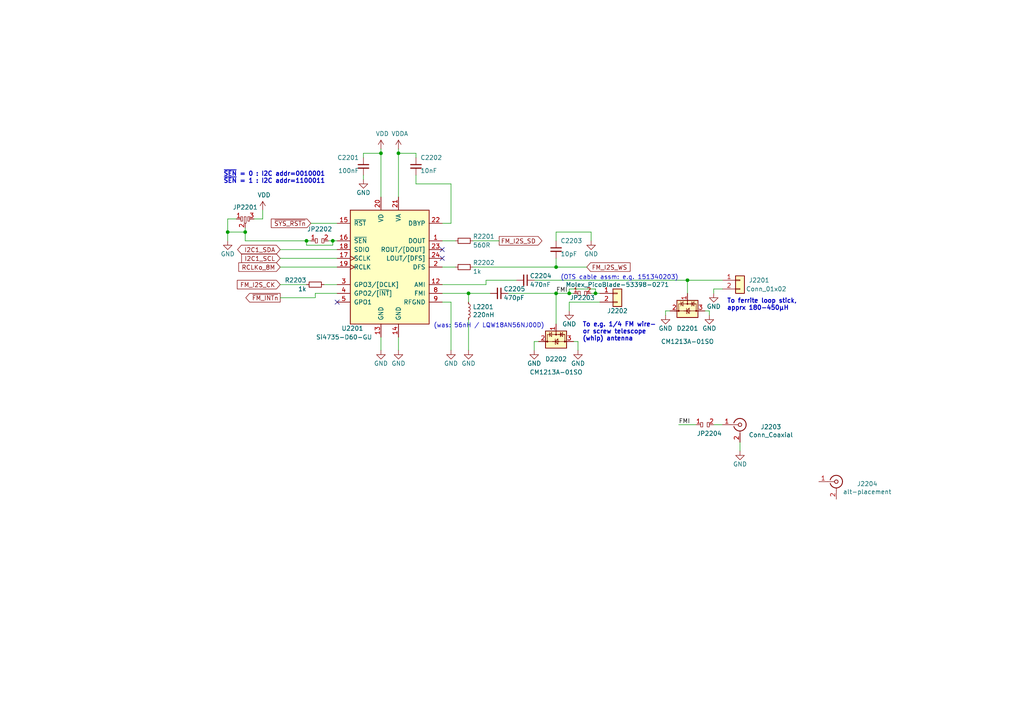
<source format=kicad_sch>
(kicad_sch (version 20211123) (generator eeschema)
  (paper "A4")
  (title_block (title "FM radio receiver") (date "2020-11-04") (rev "R0.1") (company "SolderingStationGroup : Jonny Svärd / Mathias Johansson / Magnus Thulesius"))
  (lib_symbols
    (symbol "Connector:Conn_Coaxial" (pin_names (offset 1.016) hide)
      (property "Reference" "J" (at 0.254 3.048 0))
      (property "Value" "Conn_Coaxial" (at 2.921 0 90))
      (symbol "Conn_Coaxial_0_1"
        (arc (start -1.778 -0.508) (mid 0.222 -1.808) (end 1.778 0) (stroke (width 0.254)))
        (polyline (pts (xy -2.54 0) (xy -0.508 0)))
        (polyline (pts (xy 0 -2.54) (xy 0 -1.778)))
        (circle (center 0 0) (radius 0.508) (stroke (width 0.2032)))
        (arc (start 1.778 0) (mid 0.222 1.8083) (end -1.778 0.508) (stroke (width 0.254)))
      )
      (symbol "Conn_Coaxial_1_1"
        (pin passive line (at -5.08 0 0) (length 2.54) (name "In") (number "1"))
        (pin passive line (at 0 -5.08 90) (length 2.54) (name "Ext") (number "2"))
      )
    )
    (symbol "Connector_Generic:Conn_01x02" (pin_names (offset 1.016) hide)
      (property "Reference" "J" (at 0 2.54 0))
      (property "Value" "Conn_01x02" (at 0 -5.08 0))
      (symbol "Conn_01x02_1_1"
        (rectangle (start -1.27 -2.413) (end 0 -2.667) (stroke (width 0.1524)))
        (rectangle (start -1.27 0.127) (end 0 -0.127) (stroke (width 0.1524)))
        (rectangle (start -1.27 1.27) (end 1.27 -3.81) (stroke (width 0.254)) (fill (type background)))
        (pin passive line (at -5.08 0 0) (length 3.81) (name "Pin_1") (number "1"))
        (pin passive line (at -5.08 -2.54 0) (length 3.81) (name "Pin_2") (number "2"))
      )
    )
    (symbol "Device:C_Small" (pin_numbers hide) (pin_names (offset 0.254) hide)
      (property "Reference" "C" (at 0.254 1.778 0))
      (property "Value" "C_Small" (at 0.254 -2.032 0))
      (symbol "C_Small_0_1"
        (polyline (pts (xy -1.524 -0.508) (xy 1.524 -0.508)) (stroke (width 0.3302)))
        (polyline (pts (xy -1.524 0.508) (xy 1.524 0.508)) (stroke (width 0.3048)))
      )
      (symbol "C_Small_1_1"
        (pin passive line (at 0 2.54 270) (length 2.032) (name "~") (number "1"))
        (pin passive line (at 0 -2.54 90) (length 2.032) (name "~") (number "2"))
      )
    )
    (symbol "Device:L_Small" (pin_numbers hide) (pin_names (offset 0.254) hide)
      (property "Reference" "L" (at 0.762 1.016 0))
      (property "Value" "L_Small" (at 0.762 -1.016 0))
      (symbol "L_Small_0_1"
        (arc (start 0 -2.032) (mid 0.508 -1.524) (end 0 -1.016))
        (arc (start 0 -1.016) (mid 0.508 -0.508) (end 0 0))
        (arc (start 0 0) (mid 0.508 0.508) (end 0 1.016))
        (arc (start 0 1.016) (mid 0.508 1.524) (end 0 2.032))
      )
      (symbol "L_Small_1_1"
        (pin passive line (at 0 2.54 270) (length 0.508) (name "~") (number "1"))
        (pin passive line (at 0 -2.54 90) (length 0.508) (name "~") (number "2"))
      )
    )
    (symbol "Device:R_Small" (pin_numbers hide) (pin_names (offset 0.254) hide)
      (property "Reference" "R" (at 0.762 0.508 0))
      (property "Value" "R_Small" (at 0.762 -1.016 0))
      (symbol "R_Small_0_1"
        (rectangle (start -0.762 1.778) (end 0.762 -1.778) (stroke (width 0.2032)))
      )
      (symbol "R_Small_1_1"
        (pin passive line (at 0 2.54 270) (length 0.762) (name "~") (number "1"))
        (pin passive line (at 0 -2.54 90) (length 0.762) (name "~") (number "2"))
      )
    )
    (symbol "Power_Protection:CM1213A-01SO" (pin_names hide)
      (property "Reference" "D" (at 0 5.08 0))
      (property "Value" "CM1213A-01SO" (at 0 3.175 0))
      (symbol "CM1213A-01SO_0_1"
        (rectangle (start -3.048 -3.048) (end 3.048 1.905) (stroke (width 0.254)) (fill (type background)))
        (circle (center -2.54 0) (radius 0.2032) (fill (type outline)))
        (circle (center 0 -2.032) (radius 0.2032) (fill (type outline)))
        (polyline (pts (xy -2.54 -2.032) (xy -2.54 0)))
        (polyline (pts (xy -1.905 -2.667) (xy -1.905 -1.397)))
        (polyline (pts (xy -1.016 0) (xy -3.81 0)))
        (polyline (pts (xy -0.635 -2.032) (xy -2.54 -2.032)))
        (polyline (pts (xy -0.635 -2.032) (xy 0.635 -2.032)))
        (polyline (pts (xy -0.254 -0.762) (xy -0.254 0.762)))
        (polyline (pts (xy -0.254 0.762) (xy -0.254 0.762)))
        (polyline (pts (xy 0 -2.54) (xy 0 -2.032)))
        (polyline (pts (xy 0 0.762) (xy -0.254 0.762)))
        (polyline (pts (xy 0.889 0) (xy -1.016 0)))
        (polyline (pts (xy 0.889 0) (xy -1.016 0)))
        (polyline (pts (xy 0.889 0) (xy 2.54 0)))
        (polyline (pts (xy 1.27 -2.667) (xy 1.27 -1.397)))
        (polyline (pts (xy 1.27 -2.667) (xy 1.27 -1.397)))
        (polyline (pts (xy 2.54 -2.032) (xy 0.635 -2.032)))
        (polyline (pts (xy 2.54 -2.032) (xy 0.635 -2.032)))
        (polyline (pts (xy 2.54 -2.032) (xy 2.54 0)))
        (polyline (pts (xy -1.27 -2.667) (xy -1.27 -1.397) (xy -1.905 -2.032) (xy -1.27 -2.667)))
        (polyline (pts (xy 0.508 -0.762) (xy 0.508 0.762) (xy -0.254 0) (xy 0.508 -0.762)))
        (polyline (pts (xy 0.508 -0.762) (xy 0.508 0.762) (xy -0.254 0) (xy 0.508 -0.762)))
        (polyline (pts (xy 1.905 -2.667) (xy 1.905 -1.397) (xy 1.27 -2.032) (xy 1.905 -2.667)))
        (circle (center 2.54 0) (radius 0.2032) (fill (type outline)))
      )
      (symbol "CM1213A-01SO_1_1"
        (pin passive line (at 0 -5.08 90) (length 2.54) (name "CH1") (number "1"))
        (pin passive line (at -5.08 0 0) (length 2.54) (name "VP") (number "2"))
        (pin passive line (at 5.08 0 180) (length 2.54) (name "VN") (number "3"))
      )
    )
    (symbol "RF_AM_FM:Si4735-D60-GU" (pin_names (offset 1.016))
      (property "Reference" "U" (at -5.08 19.685 0))
      (property "Value" "Si4735-D60-GU" (at -5.08 17.78 0))
      (symbol "Si4735-D60-GU_0_1"
        (rectangle (start 11.43 16.51) (end -11.43 -16.51) (stroke (width 0.254)) (fill (type background)))
      )
      (symbol "Si4735-D60-GU_1_1"
        (pin output line (at 15.24 7.62 180) (length 3.81) (name "DOUT") (number "1"))
        (pin no_connect line (at -5.08 -20.32 90) (length 3.81) hide (name "NC") (number "10"))
        (pin no_connect line (at 5.08 -20.32 90) (length 3.81) hide (name "NC") (number "11"))
        (pin input line (at 15.24 -5.08 180) (length 3.81) (name "AMI") (number "12"))
        (pin power_in line (at -2.54 -20.32 90) (length 3.81) (name "GND") (number "13"))
        (pin power_in line (at 2.54 -20.32 90) (length 3.81) (name "GND") (number "14"))
        (pin input line (at -15.24 12.7 0) (length 3.81) (name "~{RST}") (number "15"))
        (pin input line (at -15.24 7.62 0) (length 3.81) (name "~{SEN}") (number "16"))
        (pin input clock (at -15.24 2.54 0) (length 3.81) (name "SCLK") (number "17"))
        (pin bidirectional line (at -15.24 5.08 0) (length 3.81) (name "SDIO") (number "18"))
        (pin input clock (at -15.24 0 0) (length 3.81) (name "RCLK") (number "19"))
        (pin input line (at 15.24 0 180) (length 3.81) (name "DFS") (number "2"))
        (pin power_in line (at -2.54 20.32 270) (length 3.81) (name "VD") (number "20"))
        (pin power_in line (at 2.54 20.32 270) (length 3.81) (name "VA") (number "21"))
        (pin passive line (at 15.24 12.7 180) (length 3.81) (name "DBYP") (number "22"))
        (pin output line (at 15.24 5.08 180) (length 3.81) (name "ROUT/[DOUT]") (number "23"))
        (pin bidirectional line (at 15.24 2.54 180) (length 3.81) (name "LOUT/[DFS]") (number "24"))
        (pin bidirectional line (at -15.24 -5.08 0) (length 3.81) (name "GPO3/[DCLK]") (number "3"))
        (pin output line (at -15.24 -7.62 0) (length 3.81) (name "GPO2/[~{INT}]") (number "4"))
        (pin output line (at -15.24 -10.16 0) (length 3.81) (name "GPO1") (number "5"))
        (pin no_connect line (at -15.24 -12.7 0) (length 3.81) hide (name "NC") (number "6"))
        (pin no_connect line (at 15.24 -12.7 180) (length 3.81) hide (name "NC") (number "7"))
        (pin input line (at 15.24 -7.62 180) (length 3.81) (name "FMI") (number "8"))
        (pin power_in line (at 15.24 -10.16 180) (length 3.81) (name "RFGND") (number "9"))
      )
    )
    (symbol "customlib_mj:dogbone_2_ud" (pin_names (offset 1.016))
      (property "Reference" "JP" (at 0 -1.905 0))
      (symbol "dogbone_2_ud_0_1"
        (rectangle (start -1.27 0.635) (end -0.635 -0.635))
        (rectangle (start 1.27 0.635) (end 0.635 -0.635))
      )
      (symbol "dogbone_2_ud_1_1"
        (pin passive line (at -2.54 0 0) (length 1.27) (name "~") (number "1"))
        (pin passive line (at 2.54 0 180) (length 1.27) (name "~") (number "2"))
      )
    )
    (symbol "customlib_mj:dogbone_3_ud" (pin_names (offset 1.016))
      (property "Reference" "JP" (at 0 1.905 0))
      (symbol "dogbone_3_ud_0_1"
        (rectangle (start -1.27 0.635) (end -0.762 -0.635))
        (rectangle (start -0.254 0.635) (end 0.254 -1.27))
        (rectangle (start 1.27 0.635) (end 0.762 -0.635))
      )
      (symbol "dogbone_3_ud_1_1"
        (pin passive line (at -2.54 0 0) (length 1.27) (name "~") (number "1"))
        (pin passive line (at 0 -2.54 90) (length 1.27) (name "~") (number "2"))
        (pin passive line (at 2.54 0 180) (length 1.27) (name "~") (number "3"))
      )
    )
    (symbol "power:GND" (power) (pin_names (offset 0))
      (property "Value" "GND" (at 0 -3.81 0))
      (symbol "GND_0_1"
        (polyline (pts (xy 0 0) (xy 0 -1.27) (xy 1.27 -1.27) (xy 0 -2.54) (xy -1.27 -1.27) (xy 0 -1.27)))
      )
      (symbol "GND_1_1"
        (pin power_in line (at 0 0 270) (length 0) hide (name "GND") (number "1"))
      )
    )
    (symbol "power:VDD" (power) (pin_names (offset 0))
      (property "Value" "VDD" (at 0 3.81 0))
      (symbol "VDD_0_1"
        (polyline (pts (xy -0.762 1.27) (xy 0 2.54)))
        (polyline (pts (xy 0 0) (xy 0 2.54)))
        (polyline (pts (xy 0 2.54) (xy 0.762 1.27)))
      )
      (symbol "VDD_1_1"
        (pin power_in line (at 0 0 90) (length 0) hide (name "VDD") (number "1"))
      )
    )
    (symbol "power:VDDA" (power) (pin_names (offset 0))
      (property "Value" "VDDA" (at 0 3.81 0))
      (symbol "VDDA_0_1"
        (polyline (pts (xy -0.762 1.27) (xy 0 2.54)))
        (polyline (pts (xy 0 0) (xy 0 2.54)))
        (polyline (pts (xy 0 2.54) (xy 0.762 1.27)))
      )
      (symbol "VDDA_1_1"
        (pin power_in line (at 0 0 90) (length 0) hide (name "VDDA") (number "1"))
      )
    )
  )
  (junction (at 66.04 67.31))
  (junction (at 71.12 67.31))
  (junction (at 135.89 85.09))
  (junction (at 161.29 77.47))
  (junction (at 161.29 85.09))
  (junction (at 172.72 85.09))
  (junction (at 199.39 81.28))
  (junction (at 96.52 69.85))
  (junction (at 88.9 69.85))
  (junction (at 115.57 44.45))
  (junction (at 165.1 85.09))
  (junction (at 110.49 44.45))
  (no_connect (at 97.79 87.63))
  (no_connect (at 128.27 74.93))
  (no_connect (at 128.27 72.39))
  (wire (pts (xy 71.12 67.31) (xy 71.12 66.04)))
  (wire (pts (xy 96.52 71.12) (xy 96.52 69.85)))
  (wire (pts (xy 120.65 44.45) (xy 120.65 45.72)))
  (wire (pts (xy 128.27 69.85) (xy 132.08 69.85)))
  (wire (pts (xy 205.74 90.17) (xy 204.47 90.17)))
  (wire (pts (xy 161.29 69.85) (xy 161.29 67.31)))
  (wire (pts (xy 88.9 69.85) (xy 88.9 71.12)))
  (wire (pts (xy 154.94 101.6) (xy 154.94 99.06)))
  (wire (pts (xy 110.49 101.6) (xy 110.49 97.79)))
  (wire (pts (xy 201.93 123.19) (xy 196.85 123.19)))
  (wire (pts (xy 214.63 130.81) (xy 214.63 128.27)))
  (wire (pts (xy 172.72 85.09) (xy 173.99 85.09)))
  (wire (pts (xy 128.27 85.09) (xy 135.89 85.09)))
  (wire (pts (xy 161.29 85.09) (xy 147.32 85.09)))
  (wire (pts (xy 97.79 85.09) (xy 91.44 85.09)))
  (wire (pts (xy 165.1 83.82) (xy 172.72 83.82)))
  (wire (pts (xy 91.44 85.09) (xy 91.44 86.36)))
  (wire (pts (xy 90.17 64.77) (xy 97.79 64.77)))
  (wire (pts (xy 130.81 64.77) (xy 128.27 64.77)))
  (wire (pts (xy 115.57 43.18) (xy 115.57 44.45)))
  (wire (pts (xy 91.44 86.36) (xy 81.28 86.36)))
  (wire (pts (xy 165.1 87.63) (xy 165.1 90.17)))
  (wire (pts (xy 110.49 43.18) (xy 110.49 44.45)))
  (wire (pts (xy 137.16 69.85) (xy 144.78 69.85)))
  (wire (pts (xy 130.81 87.63) (xy 128.27 87.63)))
  (wire (pts (xy 154.94 99.06) (xy 156.21 99.06)))
  (wire (pts (xy 167.64 99.06) (xy 166.37 99.06)))
  (wire (pts (xy 81.28 74.93) (xy 97.79 74.93)))
  (wire (pts (xy 130.81 101.6) (xy 130.81 87.63)))
  (wire (pts (xy 105.41 52.07) (xy 105.41 50.8)))
  (wire (pts (xy 161.29 77.47) (xy 170.18 77.47)))
  (wire (pts (xy 76.2 63.5) (xy 76.2 60.96)))
  (wire (pts (xy 173.99 87.63) (xy 165.1 87.63)))
  (wire (pts (xy 88.9 69.85) (xy 71.12 69.85)))
  (wire (pts (xy 135.89 85.09) (xy 142.24 85.09)))
  (wire (pts (xy 97.79 69.85) (xy 96.52 69.85)))
  (wire (pts (xy 90.17 69.85) (xy 88.9 69.85)))
  (wire (pts (xy 115.57 44.45) (xy 115.57 57.15)))
  (wire (pts (xy 161.29 67.31) (xy 171.45 67.31)))
  (wire (pts (xy 81.28 72.39) (xy 97.79 72.39)))
  (wire (pts (xy 88.9 71.12) (xy 96.52 71.12)))
  (wire (pts (xy 193.04 90.17) (xy 194.31 90.17)))
  (wire (pts (xy 66.04 67.31) (xy 71.12 67.31)))
  (wire (pts (xy 105.41 45.72) (xy 105.41 44.45)))
  (wire (pts (xy 73.66 63.5) (xy 76.2 63.5)))
  (wire (pts (xy 207.01 83.82) (xy 209.55 83.82)))
  (wire (pts (xy 171.45 85.09) (xy 172.72 85.09)))
  (wire (pts (xy 199.39 81.28) (xy 209.55 81.28)))
  (wire (pts (xy 115.57 101.6) (xy 115.57 97.79)))
  (wire (pts (xy 193.04 91.44) (xy 193.04 90.17)))
  (wire (pts (xy 207.01 85.09) (xy 207.01 83.82)))
  (wire (pts (xy 81.28 77.47) (xy 97.79 77.47)))
  (wire (pts (xy 154.94 81.28) (xy 199.39 81.28)))
  (wire (pts (xy 140.97 81.28) (xy 140.97 82.55)))
  (wire (pts (xy 135.89 101.6) (xy 135.89 92.71)))
  (wire (pts (xy 161.29 74.93) (xy 161.29 77.47)))
  (wire (pts (xy 165.1 85.09) (xy 165.1 83.82)))
  (wire (pts (xy 137.16 77.47) (xy 161.29 77.47)))
  (wire (pts (xy 71.12 69.85) (xy 71.12 67.31)))
  (wire (pts (xy 93.98 82.55) (xy 97.79 82.55)))
  (wire (pts (xy 161.29 93.98) (xy 161.29 85.09)))
  (wire (pts (xy 171.45 67.31) (xy 171.45 69.85)))
  (wire (pts (xy 199.39 85.09) (xy 199.39 81.28)))
  (wire (pts (xy 120.65 50.8) (xy 120.65 53.34)))
  (wire (pts (xy 165.1 85.09) (xy 166.37 85.09)))
  (wire (pts (xy 110.49 44.45) (xy 110.49 57.15)))
  (wire (pts (xy 167.64 101.6) (xy 167.64 99.06)))
  (wire (pts (xy 172.72 83.82) (xy 172.72 85.09)))
  (wire (pts (xy 88.9 82.55) (xy 81.28 82.55)))
  (wire (pts (xy 161.29 85.09) (xy 165.1 85.09)))
  (wire (pts (xy 140.97 82.55) (xy 128.27 82.55)))
  (wire (pts (xy 66.04 69.85) (xy 66.04 67.31)))
  (wire (pts (xy 130.81 53.34) (xy 130.81 64.77)))
  (wire (pts (xy 140.97 81.28) (xy 149.86 81.28)))
  (wire (pts (xy 209.55 123.19) (xy 207.01 123.19)))
  (wire (pts (xy 96.52 69.85) (xy 95.25 69.85)))
  (wire (pts (xy 128.27 77.47) (xy 132.08 77.47)))
  (wire (pts (xy 120.65 53.34) (xy 130.81 53.34)))
  (wire (pts (xy 66.04 67.31) (xy 66.04 63.5)))
  (wire (pts (xy 105.41 44.45) (xy 110.49 44.45)))
  (wire (pts (xy 115.57 44.45) (xy 120.65 44.45)))
  (wire (pts (xy 205.74 91.44) (xy 205.74 90.17)))
  (wire (pts (xy 66.04 63.5) (xy 68.58 63.5)))
  (wire (pts (xy 135.89 87.63) (xy 135.89 85.09)))
  (text "To ferrite loop stick,\napprx 180-450µH" (at 210.82 90.17 0) (effects (font (size 1.27 1.27) (thickness 0.254) bold) (justify left bottom)))
  (text "(was: 56nH / LQW18AN56NJ00D)" (at 125.73 95.25 0) (effects (font (size 1.27 1.27)) (justify left bottom)))
  (text "~{SEN} = 0 : I2C addr=0010001\n~{SEN} = 1 : I2C addr=1100011" (at 64.77 53.34 0) (effects (font (size 1.27 1.27) (thickness 0.254) bold) (justify left bottom)))
  (text "(OTS cable assm: e.g. 151340203)" (at 162.56 81.28 0) (effects (font (size 1.27 1.27)) (justify left bottom)))
  (text "To e.g. 1/4 FM wire-\nor screw telescope\n(whip) antenna" (at 168.91 99.06 0) (effects (font (size 1.27 1.27) (thickness 0.254) bold) (justify left bottom)))
  (label "FMI" (at 161.29 85.09 0))
  (label "FMI" (at 196.85 123.19 0))
  (global_label "FM_I2S_SD" (shape output) (at 144.78 69.85 0) (property "Intersheet References" "${INTERSHEET_REFS}" (effects hide)))
  (global_label "~{FM_INTn}" (shape output) (at 81.28 86.36 180) (property "Intersheet References" "${INTERSHEET_REFS}" (effects hide)))
  (global_label "I2C1_SCL" (shape input) (at 81.28 74.93 180) (property "Intersheet References" "${INTERSHEET_REFS}" (effects hide)))
  (global_label "I2C1_SDA" (shape bidirectional) (at 81.28 72.39 180) (property "Intersheet References" "${INTERSHEET_REFS}" (effects hide)))
  (global_label "FM_I2S_WS" (shape input) (at 170.18 77.47 0) (property "Intersheet References" "${INTERSHEET_REFS}" (effects hide)))
  (global_label "RCLKo_8M" (shape input) (at 81.28 77.47 180) (property "Intersheet References" "${INTERSHEET_REFS}" (effects hide)))
  (global_label "FM_I2S_CK" (shape input) (at 81.28 82.55 180) (property "Intersheet References" "${INTERSHEET_REFS}" (effects hide)))
  (global_label "~{SYS_RSTn}" (shape input) (at 90.17 64.77 180) (property "Intersheet References" "${INTERSHEET_REFS}" (effects hide)))
  (symbol (lib_id "Connector:Conn_Coaxial") (at 242.57 139.7 0) (unit 1)
    (property "Reference" "J2204" (at 251.5362 140.335 0))
    (property "Value" "alt-placement" (at 251.5362 142.6464 0))
    (property "Footprint" "customlib_mj_fp:SMA_Molex_73251-2200_Horizontal" (effects hide))
    (property "Datasheet" " ~" (effects hide))
  )
  (symbol (lib_id "RF_AM_FM:Si4735-D60-GU") (at 113.03 77.47 0) (unit 1)
    (property "Reference" "U2201" (at 105.41 95.25 0) (effects (justify right)))
    (property "Value" "Si4735-D60-GU" (at 107.95 97.79 0) (effects (justify right)))
    (property "Footprint" "Package_SO:SSOP-24_3.9x8.7mm_P0.635mm" (effects hide))
    (property "Datasheet" "http://www.silabs.com/Support%20Documents/TechnicalDocs/Si4730-31-34-35-D60.pdf" (effects hide))
  )
  (symbol (lib_id "power:VDDA") (at 115.57 43.18 0) (unit 1)
    (property "Reference" "#PWR02202" (effects hide))
    (property "Value" "VDDA" (at 115.951 38.7858 0))
  )
  (symbol (lib_id "power:VDD") (at 76.2 60.96 0) (unit 1)
    (property "Reference" "#PWR02204" (effects hide))
    (property "Value" "VDD" (at 76.581 56.5658 0))
  )
  (symbol (lib_id "Device:C_Small") (at 120.65 48.26 0) (unit 1)
    (property "Reference" "C2202" (at 121.92 45.72 0) (effects (justify left)))
    (property "Value" "10nF" (at 121.92 49.53 0) (effects (justify left)))
    (property "Footprint" "Capacitor_SMD:C_0402_1005Metric" (effects hide))
    (property "JLC_part" "Basic" (effects hide))
    (property "LCSC" "C15195" (effects hide))
  )
  (symbol (lib_id "Device:C_Small") (at 105.41 48.26 0) (mirror y) (unit 1)
    (property "Reference" "C2201" (at 104.14 45.72 0) (effects (justify left)))
    (property "Value" "100nF" (at 104.14 49.53 0) (effects (justify left)))
    (property "Footprint" "Capacitor_SMD:C_0402_1005Metric" (effects hide))
    (property "JLC_part" "Basic" (effects hide))
    (property "LCSC" "C1525" (effects hide))
  )
  (symbol (lib_id "power:GND") (at 105.41 52.07 0) (unit 1)
    (property "Reference" "#PWR02203" (effects hide))
    (property "Value" "GND" (at 105.41 55.88 0))
  )
  (symbol (lib_id "power:GND") (at 66.04 69.85 0) (unit 1)
    (property "Reference" "#PWR02205" (effects hide))
    (property "Value" "GND" (at 66.04 73.66 0))
  )
  (symbol (lib_id "power:GND") (at 115.57 101.6 0) (unit 1)
    (property "Reference" "#PWR02212" (effects hide))
    (property "Value" "GND" (at 115.57 105.41 0))
  )
  (symbol (lib_id "power:GND") (at 110.49 101.6 0) (unit 1)
    (property "Reference" "#PWR02211" (effects hide))
    (property "Value" "GND" (at 110.49 105.41 0))
  )
  (symbol (lib_id "Device:R_Small") (at 134.62 69.85 270) (unit 1)
    (property "Reference" "R2201" (at 137.16 68.58 90) (effects (justify left)))
    (property "Value" "560R" (at 137.16 71.12 90) (effects (justify left)))
    (property "Footprint" "Resistor_SMD:R_0603_1608Metric" (effects hide))
    (property "JLC_part" "Basic" (effects hide))
    (property "LCSC" "C23204" (effects hide))
  )
  (symbol (lib_id "Device:R_Small") (at 134.62 77.47 270) (unit 1)
    (property "Reference" "R2202" (at 137.16 76.2 90) (effects (justify left)))
    (property "Value" "1k" (at 137.16 78.74 90) (effects (justify left)))
    (property "Footprint" "Resistor_SMD:R_0402_1005Metric" (effects hide))
    (property "JLC_part" "Basic" (effects hide))
    (property "LCSC" "C11702" (effects hide))
  )
  (symbol (lib_id "Device:R_Small") (at 91.44 82.55 90) (mirror x) (unit 1)
    (property "Reference" "R2203" (at 88.9 81.28 90) (effects (justify left)))
    (property "Value" "1k" (at 88.9 83.82 90) (effects (justify left)))
    (property "Footprint" "Resistor_SMD:R_0402_1005Metric" (effects hide))
    (property "JLC_part" "Basic" (effects hide))
    (property "LCSC" "C11702" (effects hide))
  )
  (symbol (lib_id "power:GND") (at 130.81 101.6 0) (unit 1)
    (property "Reference" "#PWR02213" (effects hide))
    (property "Value" "GND" (at 130.81 105.41 0))
  )
  (symbol (lib_id "Device:C_Small") (at 161.29 72.39 0) (unit 1)
    (property "Reference" "C2203" (at 162.56 69.85 0) (effects (justify left)))
    (property "Value" "10pF" (at 162.56 73.66 0) (effects (justify left)))
    (property "Footprint" "Capacitor_SMD:C_0402_1005Metric" (effects hide))
    (property "JLC_part" "Basic" (effects hide))
    (property "LCSC" "C32949" (effects hide))
  )
  (symbol (lib_id "power:GND") (at 171.45 69.85 0) (unit 1)
    (property "Reference" "#PWR02206" (effects hide))
    (property "Value" "GND" (at 171.45 73.66 0))
  )
  (symbol (lib_id "power:VDD") (at 110.49 43.18 0) (unit 1)
    (property "Reference" "#PWR02201" (effects hide))
    (property "Value" "VDD" (at 110.871 38.7858 0))
  )
  (symbol (lib_id "Device:C_Small") (at 144.78 85.09 270) (unit 1)
    (property "Reference" "C2205" (at 146.05 83.82 90) (effects (justify left)))
    (property "Value" "470pF" (at 146.05 86.36 90) (effects (justify left)))
    (property "Footprint" "Capacitor_SMD:C_0402_1005Metric" (effects hide))
    (property "JLC_part" "Basic" (effects hide))
    (property "LCSC" "C1537" (effects hide))
  )
  (symbol (lib_id "Connector_Generic:Conn_01x02") (at 214.63 81.28 0) (unit 1)
    (property "Reference" "J2201" (at 217.17 81.28 0) (effects (justify left)))
    (property "Value" "Conn_01x02" (at 222.25 83.82 0))
    (property "Footprint" "Connector_PinHeader_2.54mm:PinHeader_1x02_P2.54mm_Vertical" (effects hide))
  )
  (symbol (lib_id "Device:C_Small") (at 152.4 81.28 270) (unit 1)
    (property "Reference" "C2204" (at 153.67 80.01 90) (effects (justify left)))
    (property "Value" "470nF" (at 153.67 82.55 90) (effects (justify left)))
    (property "Footprint" "Capacitor_SMD:C_0402_1005Metric" (effects hide))
    (property "JLC_part" "Basic" (effects hide))
    (property "LCSC" "C47339" (effects hide))
  )
  (symbol (lib_id "Device:L_Small") (at 135.89 90.17 0) (unit 1)
    (property "Reference" "L2201" (at 137.1092 89.0016 0) (effects (justify left)))
    (property "Value" "220nH" (at 137.1092 91.313 0) (effects (justify left)))
    (property "Footprint" "Inductor_SMD:L_0603_1608Metric" (effects hide))
    (property "Datasheet" "https://www.mouser.se/datasheet/2/281/JELF243A-0024-1380895.pdf" (effects hide))
    (property "JLC_part" "Extended" (effects hide))
    (property "LCSC" "C22476" (effects hide))
  )
  (symbol (lib_id "Power_Protection:CM1213A-01SO") (at 161.29 99.06 0) (mirror x) (unit 1)
    (property "Reference" "D2202" (at 161.29 104.14 0))
    (property "Value" "CM1213A-01SO" (at 161.29 107.95 0))
    (property "Footprint" "Package_TO_SOT_SMD:SOT-23" (effects hide))
    (property "Datasheet" "http://www.onsemi.com/pub_link/Collateral/CM1213A-D.PDF" (effects hide))
  )
  (symbol (lib_id "power:GND") (at 135.89 101.6 0) (unit 1)
    (property "Reference" "#PWR02214" (effects hide))
    (property "Value" "GND" (at 135.89 105.41 0))
  )
  (symbol (lib_id "power:GND") (at 154.94 101.6 0) (unit 1)
    (property "Reference" "#PWR02215" (effects hide))
    (property "Value" "GND" (at 154.94 105.41 0))
  )
  (symbol (lib_id "power:GND") (at 167.64 101.6 0) (unit 1)
    (property "Reference" "#PWR02216" (effects hide))
    (property "Value" "GND" (at 167.64 105.41 0))
  )
  (symbol (lib_id "Power_Protection:CM1213A-01SO") (at 199.39 90.17 0) (mirror x) (unit 1)
    (property "Reference" "D2201" (at 199.39 95.25 0))
    (property "Value" "CM1213A-01SO" (at 199.39 99.06 0))
    (property "Footprint" "Package_TO_SOT_SMD:SOT-23" (effects hide))
    (property "Datasheet" "http://www.onsemi.com/pub_link/Collateral/CM1213A-D.PDF" (effects hide))
  )
  (symbol (lib_id "power:GND") (at 193.04 91.44 0) (unit 1)
    (property "Reference" "#PWR02209" (effects hide))
    (property "Value" "GND" (at 193.04 95.25 0))
  )
  (symbol (lib_id "power:GND") (at 205.74 91.44 0) (unit 1)
    (property "Reference" "#PWR02210" (effects hide))
    (property "Value" "GND" (at 205.74 95.25 0))
  )
  (symbol (lib_id "power:GND") (at 207.01 85.09 0) (unit 1)
    (property "Reference" "#PWR02207" (effects hide))
    (property "Value" "GND" (at 207.01 88.9 0))
  )
  (symbol (lib_id "Connector_Generic:Conn_01x02") (at 179.07 85.09 0) (unit 1)
    (property "Reference" "J2202" (at 179.07 90.17 0))
    (property "Value" "Molex_PicoBlade-53398-0271" (at 179.07 82.55 0))
    (property "Footprint" "Connector_Molex:Molex_PicoBlade_53398-0271_1x02-1MP_P1.25mm_Vertical" (effects hide))
    (property "Datasheet" "https://www.molex.com/molex/products/part-detail/pcb_headers/0533980271" (effects hide))
  )
  (symbol (lib_id "power:GND") (at 165.1 90.17 0) (unit 1)
    (property "Reference" "#PWR02208" (effects hide))
    (property "Value" "GND" (at 165.1 93.98 0))
  )
  (symbol (lib_id "customlib_mj:dogbone_3_ud") (at 71.12 63.5 0) (unit 1)
    (property "Reference" "JP2201" (at 71.12 60.1218 0))
    (property "Value" "dogbone_3_ud" (effects hide))
    (property "Footprint" "customlib_mj_fp:db3_ud_0402" (effects hide))
  )
  (symbol (lib_id "customlib_mj:dogbone_2_ud") (at 92.71 69.85 0) (unit 1)
    (property "Reference" "JP2202" (at 92.71 66.4464 0))
    (property "Value" "dogbone_2_ud" (effects hide))
    (property "Footprint" "customlib_mj_fp:db2_ud_0402" (effects hide))
  )
  (symbol (lib_id "customlib_mj:dogbone_2_ud") (at 168.91 85.09 0) (unit 1)
    (property "Reference" "JP2203" (at 168.91 86.36 0))
    (property "Value" "dogbone_2_ud" (effects hide))
    (property "Footprint" "customlib_mj_fp:db2_ud_0402" (effects hide))
  )
  (symbol (lib_id "Connector:Conn_Coaxial") (at 214.63 123.19 0) (unit 1)
    (property "Reference" "J2203" (at 223.5962 123.825 0))
    (property "Value" "Conn_Coaxial" (at 223.5962 126.1364 0))
    (property "Footprint" "customlib_mj_fp:SMA_Molex_73251-2200_Horizontal" (effects hide))
    (property "Datasheet" " ~" (effects hide))
  )
  (symbol (lib_id "power:GND") (at 214.63 130.81 0) (unit 1)
    (property "Reference" "#PWR02217" (effects hide))
    (property "Value" "GND" (at 214.63 134.62 0))
  )
  (symbol (lib_id "customlib_mj:dogbone_2_ud") (at 204.47 123.19 0) (unit 1)
    (property "Reference" "JP2204" (at 205.74 125.73 0))
    (property "Value" "dogbone_2_ud" (effects hide))
    (property "Footprint" "customlib_mj_fp:db2_ud_0402" (effects hide))
  )
)
</source>
